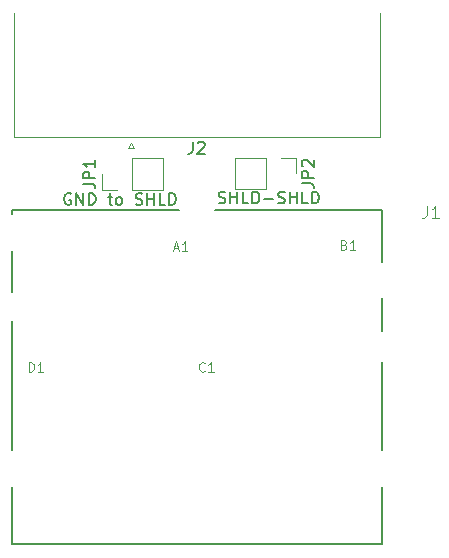
<source format=gbr>
%TF.GenerationSoftware,KiCad,Pcbnew,(5.1.10-1-10_14)*%
%TF.CreationDate,2021-06-16T23:36:24-07:00*%
%TF.ProjectId,XDS-QuadAES-Studiohub,5844532d-5175-4616-9441-45532d537475,rev?*%
%TF.SameCoordinates,Original*%
%TF.FileFunction,Legend,Top*%
%TF.FilePolarity,Positive*%
%FSLAX46Y46*%
G04 Gerber Fmt 4.6, Leading zero omitted, Abs format (unit mm)*
G04 Created by KiCad (PCBNEW (5.1.10-1-10_14)) date 2021-06-16 23:36:24*
%MOMM*%
%LPD*%
G01*
G04 APERTURE LIST*
%ADD10C,0.200000*%
%ADD11C,0.120000*%
%ADD12C,0.015000*%
%ADD13C,0.150000*%
G04 APERTURE END LIST*
D10*
%TO.C,J1*%
X-59196159Y-113049961D02*
X-59196159Y-108249961D01*
X-90566159Y-113049961D02*
X-59196159Y-113049961D01*
X-90566159Y-108249961D02*
X-90566159Y-113049961D01*
X-59196159Y-97649961D02*
X-59196159Y-105149961D01*
X-90566159Y-94249961D02*
X-90566159Y-105149961D01*
X-59196159Y-92249961D02*
X-59196159Y-95049961D01*
X-90566159Y-88249961D02*
X-90566159Y-91749961D01*
X-59196159Y-84849961D02*
X-59196159Y-89249961D01*
X-73381159Y-84849961D02*
X-59196159Y-84849961D01*
X-90566159Y-84849961D02*
X-90566159Y-85149961D01*
X-76381159Y-84849961D02*
X-90566159Y-84849961D01*
D11*
%TO.C,JP1*%
X-77775760Y-83097680D02*
X-77775760Y-80437680D01*
X-80375760Y-83097680D02*
X-77775760Y-83097680D01*
X-80375760Y-80437680D02*
X-77775760Y-80437680D01*
X-80375760Y-83097680D02*
X-80375760Y-80437680D01*
X-81645760Y-83097680D02*
X-82975760Y-83097680D01*
X-82975760Y-83097680D02*
X-82975760Y-81767680D01*
%TO.C,JP2*%
X-66472760Y-80376720D02*
X-66472760Y-81706720D01*
X-67802760Y-80376720D02*
X-66472760Y-80376720D01*
X-69072760Y-80376720D02*
X-69072760Y-83036720D01*
X-69072760Y-83036720D02*
X-71672760Y-83036720D01*
X-69072760Y-80376720D02*
X-71672760Y-80376720D01*
X-71672760Y-80376720D02*
X-71672760Y-83036720D01*
%TO.C,J2*%
X-59437120Y-68165040D02*
X-59437120Y-78645040D01*
X-59437120Y-78645040D02*
X-90407120Y-78645040D01*
X-90407120Y-78645040D02*
X-90407120Y-68165040D01*
X-80212120Y-79539378D02*
X-80712120Y-79539378D01*
X-80712120Y-79539378D02*
X-80462120Y-79106365D01*
X-80462120Y-79106365D02*
X-80212120Y-79539378D01*
%TO.C,J1*%
D12*
X-55429492Y-84482341D02*
X-55429492Y-85196627D01*
X-55477111Y-85339484D01*
X-55572349Y-85434722D01*
X-55715206Y-85482341D01*
X-55810444Y-85482341D01*
X-54429492Y-85482341D02*
X-55000920Y-85482341D01*
X-54715206Y-85482341D02*
X-54715206Y-84482341D01*
X-54810444Y-84625199D01*
X-54905682Y-84720437D01*
X-55000920Y-84768056D01*
X-76862587Y-88043294D02*
X-76481635Y-88043294D01*
X-76938778Y-88271865D02*
X-76672111Y-87471865D01*
X-76405444Y-88271865D01*
X-75719730Y-88271865D02*
X-76176873Y-88271865D01*
X-75948301Y-88271865D02*
X-75948301Y-87471865D01*
X-76024492Y-87586151D01*
X-76100682Y-87662341D01*
X-76176873Y-87700437D01*
X-89136635Y-98496865D02*
X-89136635Y-97696865D01*
X-88946159Y-97696865D01*
X-88831873Y-97734961D01*
X-88755682Y-97811151D01*
X-88717587Y-97887341D01*
X-88679492Y-98039722D01*
X-88679492Y-98154008D01*
X-88717587Y-98306389D01*
X-88755682Y-98382580D01*
X-88831873Y-98458770D01*
X-88946159Y-98496865D01*
X-89136635Y-98496865D01*
X-87917587Y-98496865D02*
X-88374730Y-98496865D01*
X-88146159Y-98496865D02*
X-88146159Y-97696865D01*
X-88222349Y-97811151D01*
X-88298539Y-97887341D01*
X-88374730Y-97925437D01*
X-74244492Y-98420675D02*
X-74282587Y-98458770D01*
X-74396873Y-98496865D01*
X-74473063Y-98496865D01*
X-74587349Y-98458770D01*
X-74663539Y-98382580D01*
X-74701635Y-98306389D01*
X-74739730Y-98154008D01*
X-74739730Y-98039722D01*
X-74701635Y-97887341D01*
X-74663539Y-97811151D01*
X-74587349Y-97734961D01*
X-74473063Y-97696865D01*
X-74396873Y-97696865D01*
X-74282587Y-97734961D01*
X-74244492Y-97773056D01*
X-73482587Y-98496865D02*
X-73939730Y-98496865D01*
X-73711159Y-98496865D02*
X-73711159Y-97696865D01*
X-73787349Y-97811151D01*
X-73863539Y-97887341D01*
X-73939730Y-97925437D01*
X-62444968Y-87752818D02*
X-62330682Y-87790913D01*
X-62292587Y-87829008D01*
X-62254492Y-87905199D01*
X-62254492Y-88019484D01*
X-62292587Y-88095675D01*
X-62330682Y-88133770D01*
X-62406873Y-88171865D01*
X-62711635Y-88171865D01*
X-62711635Y-87371865D01*
X-62444968Y-87371865D01*
X-62368778Y-87409961D01*
X-62330682Y-87448056D01*
X-62292587Y-87524246D01*
X-62292587Y-87600437D01*
X-62330682Y-87676627D01*
X-62368778Y-87714722D01*
X-62444968Y-87752818D01*
X-62711635Y-87752818D01*
X-61492587Y-88171865D02*
X-61949730Y-88171865D01*
X-61721159Y-88171865D02*
X-61721159Y-87371865D01*
X-61797349Y-87486151D01*
X-61873539Y-87562341D01*
X-61949730Y-87600437D01*
%TO.C,JP1*%
D13*
X-84523379Y-82601013D02*
X-83809093Y-82601013D01*
X-83666236Y-82648632D01*
X-83570998Y-82743870D01*
X-83523379Y-82886727D01*
X-83523379Y-82981965D01*
X-83523379Y-82124822D02*
X-84523379Y-82124822D01*
X-84523379Y-81743870D01*
X-84475760Y-81648632D01*
X-84428140Y-81601013D01*
X-84332902Y-81553394D01*
X-84190045Y-81553394D01*
X-84094807Y-81601013D01*
X-84047188Y-81648632D01*
X-83999569Y-81743870D01*
X-83999569Y-82124822D01*
X-83523379Y-80601013D02*
X-83523379Y-81172441D01*
X-83523379Y-80886727D02*
X-84523379Y-80886727D01*
X-84380521Y-80981965D01*
X-84285283Y-81077203D01*
X-84237664Y-81172441D01*
X-85573666Y-83441920D02*
X-85668904Y-83394300D01*
X-85811761Y-83394300D01*
X-85954619Y-83441920D01*
X-86049857Y-83537158D01*
X-86097476Y-83632396D01*
X-86145095Y-83822872D01*
X-86145095Y-83965729D01*
X-86097476Y-84156205D01*
X-86049857Y-84251443D01*
X-85954619Y-84346681D01*
X-85811761Y-84394300D01*
X-85716523Y-84394300D01*
X-85573666Y-84346681D01*
X-85526047Y-84299062D01*
X-85526047Y-83965729D01*
X-85716523Y-83965729D01*
X-85097476Y-84394300D02*
X-85097476Y-83394300D01*
X-84526047Y-84394300D01*
X-84526047Y-83394300D01*
X-84049857Y-84394300D02*
X-84049857Y-83394300D01*
X-83811761Y-83394300D01*
X-83668904Y-83441920D01*
X-83573666Y-83537158D01*
X-83526047Y-83632396D01*
X-83478428Y-83822872D01*
X-83478428Y-83965729D01*
X-83526047Y-84156205D01*
X-83573666Y-84251443D01*
X-83668904Y-84346681D01*
X-83811761Y-84394300D01*
X-84049857Y-84394300D01*
X-82430809Y-83727634D02*
X-82049857Y-83727634D01*
X-82287952Y-83394300D02*
X-82287952Y-84251443D01*
X-82240333Y-84346681D01*
X-82145095Y-84394300D01*
X-82049857Y-84394300D01*
X-81573666Y-84394300D02*
X-81668904Y-84346681D01*
X-81716523Y-84299062D01*
X-81764142Y-84203824D01*
X-81764142Y-83918110D01*
X-81716523Y-83822872D01*
X-81668904Y-83775253D01*
X-81573666Y-83727634D01*
X-81430809Y-83727634D01*
X-81335571Y-83775253D01*
X-81287952Y-83822872D01*
X-81240333Y-83918110D01*
X-81240333Y-84203824D01*
X-81287952Y-84299062D01*
X-81335571Y-84346681D01*
X-81430809Y-84394300D01*
X-81573666Y-84394300D01*
X-80097476Y-84346681D02*
X-79954619Y-84394300D01*
X-79716523Y-84394300D01*
X-79621285Y-84346681D01*
X-79573666Y-84299062D01*
X-79526047Y-84203824D01*
X-79526047Y-84108586D01*
X-79573666Y-84013348D01*
X-79621285Y-83965729D01*
X-79716523Y-83918110D01*
X-79907000Y-83870491D01*
X-80002238Y-83822872D01*
X-80049857Y-83775253D01*
X-80097476Y-83680015D01*
X-80097476Y-83584777D01*
X-80049857Y-83489539D01*
X-80002238Y-83441920D01*
X-79907000Y-83394300D01*
X-79668904Y-83394300D01*
X-79526047Y-83441920D01*
X-79097476Y-84394300D02*
X-79097476Y-83394300D01*
X-79097476Y-83870491D02*
X-78526047Y-83870491D01*
X-78526047Y-84394300D02*
X-78526047Y-83394300D01*
X-77573666Y-84394300D02*
X-78049857Y-84394300D01*
X-78049857Y-83394300D01*
X-77240333Y-84394300D02*
X-77240333Y-83394300D01*
X-77002238Y-83394300D01*
X-76859380Y-83441920D01*
X-76764142Y-83537158D01*
X-76716523Y-83632396D01*
X-76668904Y-83822872D01*
X-76668904Y-83965729D01*
X-76716523Y-84156205D01*
X-76764142Y-84251443D01*
X-76859380Y-84346681D01*
X-77002238Y-84394300D01*
X-77240333Y-84394300D01*
%TO.C,JP2*%
X-66020379Y-82540053D02*
X-65306093Y-82540053D01*
X-65163236Y-82587672D01*
X-65067998Y-82682910D01*
X-65020379Y-82825767D01*
X-65020379Y-82921005D01*
X-65020379Y-82063862D02*
X-66020379Y-82063862D01*
X-66020379Y-81682910D01*
X-65972760Y-81587672D01*
X-65925140Y-81540053D01*
X-65829902Y-81492434D01*
X-65687045Y-81492434D01*
X-65591807Y-81540053D01*
X-65544188Y-81587672D01*
X-65496569Y-81682910D01*
X-65496569Y-82063862D01*
X-65925140Y-81111481D02*
X-65972760Y-81063862D01*
X-66020379Y-80968624D01*
X-66020379Y-80730529D01*
X-65972760Y-80635291D01*
X-65925140Y-80587672D01*
X-65829902Y-80540053D01*
X-65734664Y-80540053D01*
X-65591807Y-80587672D01*
X-65020379Y-81159100D01*
X-65020379Y-80540053D01*
X-73067015Y-84199361D02*
X-72924158Y-84246980D01*
X-72686062Y-84246980D01*
X-72590824Y-84199361D01*
X-72543205Y-84151742D01*
X-72495586Y-84056504D01*
X-72495586Y-83961266D01*
X-72543205Y-83866028D01*
X-72590824Y-83818409D01*
X-72686062Y-83770790D01*
X-72876539Y-83723171D01*
X-72971777Y-83675552D01*
X-73019396Y-83627933D01*
X-73067015Y-83532695D01*
X-73067015Y-83437457D01*
X-73019396Y-83342219D01*
X-72971777Y-83294600D01*
X-72876539Y-83246980D01*
X-72638443Y-83246980D01*
X-72495586Y-83294600D01*
X-72067015Y-84246980D02*
X-72067015Y-83246980D01*
X-72067015Y-83723171D02*
X-71495586Y-83723171D01*
X-71495586Y-84246980D02*
X-71495586Y-83246980D01*
X-70543205Y-84246980D02*
X-71019396Y-84246980D01*
X-71019396Y-83246980D01*
X-70209872Y-84246980D02*
X-70209872Y-83246980D01*
X-69971777Y-83246980D01*
X-69828920Y-83294600D01*
X-69733681Y-83389838D01*
X-69686062Y-83485076D01*
X-69638443Y-83675552D01*
X-69638443Y-83818409D01*
X-69686062Y-84008885D01*
X-69733681Y-84104123D01*
X-69828920Y-84199361D01*
X-69971777Y-84246980D01*
X-70209872Y-84246980D01*
X-69209872Y-83866028D02*
X-68447967Y-83866028D01*
X-68019396Y-84199361D02*
X-67876539Y-84246980D01*
X-67638443Y-84246980D01*
X-67543205Y-84199361D01*
X-67495586Y-84151742D01*
X-67447967Y-84056504D01*
X-67447967Y-83961266D01*
X-67495586Y-83866028D01*
X-67543205Y-83818409D01*
X-67638443Y-83770790D01*
X-67828920Y-83723171D01*
X-67924158Y-83675552D01*
X-67971777Y-83627933D01*
X-68019396Y-83532695D01*
X-68019396Y-83437457D01*
X-67971777Y-83342219D01*
X-67924158Y-83294600D01*
X-67828920Y-83246980D01*
X-67590824Y-83246980D01*
X-67447967Y-83294600D01*
X-67019396Y-84246980D02*
X-67019396Y-83246980D01*
X-67019396Y-83723171D02*
X-66447967Y-83723171D01*
X-66447967Y-84246980D02*
X-66447967Y-83246980D01*
X-65495586Y-84246980D02*
X-65971777Y-84246980D01*
X-65971777Y-83246980D01*
X-65162253Y-84246980D02*
X-65162253Y-83246980D01*
X-64924158Y-83246980D01*
X-64781300Y-83294600D01*
X-64686062Y-83389838D01*
X-64638443Y-83485076D01*
X-64590824Y-83675552D01*
X-64590824Y-83818409D01*
X-64638443Y-84008885D01*
X-64686062Y-84104123D01*
X-64781300Y-84199361D01*
X-64924158Y-84246980D01*
X-65162253Y-84246980D01*
%TO.C,J2*%
X-75255453Y-79037420D02*
X-75255453Y-79751706D01*
X-75303072Y-79894563D01*
X-75398310Y-79989801D01*
X-75541167Y-80037420D01*
X-75636405Y-80037420D01*
X-74826881Y-79132659D02*
X-74779262Y-79085040D01*
X-74684024Y-79037420D01*
X-74445929Y-79037420D01*
X-74350691Y-79085040D01*
X-74303072Y-79132659D01*
X-74255453Y-79227897D01*
X-74255453Y-79323135D01*
X-74303072Y-79465992D01*
X-74874500Y-80037420D01*
X-74255453Y-80037420D01*
%TD*%
M02*

</source>
